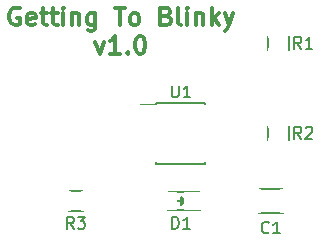
<source format=gbr>
G04 #@! TF.FileFunction,Legend,Top*
%FSLAX46Y46*%
G04 Gerber Fmt 4.6, Leading zero omitted, Abs format (unit mm)*
G04 Created by KiCad (PCBNEW 4.0.2-stable) date 2016 May 29, Sunday 21:59:10*
%MOMM*%
G01*
G04 APERTURE LIST*
%ADD10C,0.100000*%
%ADD11C,0.300000*%
%ADD12C,0.150000*%
%ADD13R,2.400000X2.000000*%
%ADD14R,1.598880X1.598880*%
%ADD15R,1.700000X1.900000*%
%ADD16R,1.900000X1.700000*%
%ADD17R,1.950000X1.000000*%
G04 APERTURE END LIST*
D10*
D11*
X91758571Y-82124000D02*
X91615714Y-82052571D01*
X91401428Y-82052571D01*
X91187143Y-82124000D01*
X91044285Y-82266857D01*
X90972857Y-82409714D01*
X90901428Y-82695429D01*
X90901428Y-82909714D01*
X90972857Y-83195429D01*
X91044285Y-83338286D01*
X91187143Y-83481143D01*
X91401428Y-83552571D01*
X91544285Y-83552571D01*
X91758571Y-83481143D01*
X91830000Y-83409714D01*
X91830000Y-82909714D01*
X91544285Y-82909714D01*
X93044285Y-83481143D02*
X92901428Y-83552571D01*
X92615714Y-83552571D01*
X92472857Y-83481143D01*
X92401428Y-83338286D01*
X92401428Y-82766857D01*
X92472857Y-82624000D01*
X92615714Y-82552571D01*
X92901428Y-82552571D01*
X93044285Y-82624000D01*
X93115714Y-82766857D01*
X93115714Y-82909714D01*
X92401428Y-83052571D01*
X93544285Y-82552571D02*
X94115714Y-82552571D01*
X93758571Y-82052571D02*
X93758571Y-83338286D01*
X93829999Y-83481143D01*
X93972857Y-83552571D01*
X94115714Y-83552571D01*
X94401428Y-82552571D02*
X94972857Y-82552571D01*
X94615714Y-82052571D02*
X94615714Y-83338286D01*
X94687142Y-83481143D01*
X94830000Y-83552571D01*
X94972857Y-83552571D01*
X95472857Y-83552571D02*
X95472857Y-82552571D01*
X95472857Y-82052571D02*
X95401428Y-82124000D01*
X95472857Y-82195429D01*
X95544285Y-82124000D01*
X95472857Y-82052571D01*
X95472857Y-82195429D01*
X96187143Y-82552571D02*
X96187143Y-83552571D01*
X96187143Y-82695429D02*
X96258571Y-82624000D01*
X96401429Y-82552571D01*
X96615714Y-82552571D01*
X96758571Y-82624000D01*
X96830000Y-82766857D01*
X96830000Y-83552571D01*
X98187143Y-82552571D02*
X98187143Y-83766857D01*
X98115714Y-83909714D01*
X98044286Y-83981143D01*
X97901429Y-84052571D01*
X97687143Y-84052571D01*
X97544286Y-83981143D01*
X98187143Y-83481143D02*
X98044286Y-83552571D01*
X97758572Y-83552571D01*
X97615714Y-83481143D01*
X97544286Y-83409714D01*
X97472857Y-83266857D01*
X97472857Y-82838286D01*
X97544286Y-82695429D01*
X97615714Y-82624000D01*
X97758572Y-82552571D01*
X98044286Y-82552571D01*
X98187143Y-82624000D01*
X99830000Y-82052571D02*
X100687143Y-82052571D01*
X100258572Y-83552571D02*
X100258572Y-82052571D01*
X101401429Y-83552571D02*
X101258571Y-83481143D01*
X101187143Y-83409714D01*
X101115714Y-83266857D01*
X101115714Y-82838286D01*
X101187143Y-82695429D01*
X101258571Y-82624000D01*
X101401429Y-82552571D01*
X101615714Y-82552571D01*
X101758571Y-82624000D01*
X101830000Y-82695429D01*
X101901429Y-82838286D01*
X101901429Y-83266857D01*
X101830000Y-83409714D01*
X101758571Y-83481143D01*
X101615714Y-83552571D01*
X101401429Y-83552571D01*
X104187143Y-82766857D02*
X104401429Y-82838286D01*
X104472857Y-82909714D01*
X104544286Y-83052571D01*
X104544286Y-83266857D01*
X104472857Y-83409714D01*
X104401429Y-83481143D01*
X104258571Y-83552571D01*
X103687143Y-83552571D01*
X103687143Y-82052571D01*
X104187143Y-82052571D01*
X104330000Y-82124000D01*
X104401429Y-82195429D01*
X104472857Y-82338286D01*
X104472857Y-82481143D01*
X104401429Y-82624000D01*
X104330000Y-82695429D01*
X104187143Y-82766857D01*
X103687143Y-82766857D01*
X105401429Y-83552571D02*
X105258571Y-83481143D01*
X105187143Y-83338286D01*
X105187143Y-82052571D01*
X105972857Y-83552571D02*
X105972857Y-82552571D01*
X105972857Y-82052571D02*
X105901428Y-82124000D01*
X105972857Y-82195429D01*
X106044285Y-82124000D01*
X105972857Y-82052571D01*
X105972857Y-82195429D01*
X106687143Y-82552571D02*
X106687143Y-83552571D01*
X106687143Y-82695429D02*
X106758571Y-82624000D01*
X106901429Y-82552571D01*
X107115714Y-82552571D01*
X107258571Y-82624000D01*
X107330000Y-82766857D01*
X107330000Y-83552571D01*
X108044286Y-83552571D02*
X108044286Y-82052571D01*
X108187143Y-82981143D02*
X108615714Y-83552571D01*
X108615714Y-82552571D02*
X108044286Y-83124000D01*
X109115715Y-82552571D02*
X109472858Y-83552571D01*
X109830000Y-82552571D02*
X109472858Y-83552571D01*
X109330000Y-83909714D01*
X109258572Y-83981143D01*
X109115715Y-84052571D01*
X98187144Y-84952571D02*
X98544287Y-85952571D01*
X98901429Y-84952571D01*
X100258572Y-85952571D02*
X99401429Y-85952571D01*
X99830001Y-85952571D02*
X99830001Y-84452571D01*
X99687144Y-84666857D01*
X99544286Y-84809714D01*
X99401429Y-84881143D01*
X100901429Y-85809714D02*
X100972857Y-85881143D01*
X100901429Y-85952571D01*
X100830000Y-85881143D01*
X100901429Y-85809714D01*
X100901429Y-85952571D01*
X101901429Y-84452571D02*
X102044286Y-84452571D01*
X102187143Y-84524000D01*
X102258572Y-84595429D01*
X102330001Y-84738286D01*
X102401429Y-85024000D01*
X102401429Y-85381143D01*
X102330001Y-85666857D01*
X102258572Y-85809714D01*
X102187143Y-85881143D01*
X102044286Y-85952571D01*
X101901429Y-85952571D01*
X101758572Y-85881143D01*
X101687143Y-85809714D01*
X101615715Y-85666857D01*
X101544286Y-85381143D01*
X101544286Y-85024000D01*
X101615715Y-84738286D01*
X101687143Y-84595429D01*
X101758572Y-84524000D01*
X101901429Y-84452571D01*
D12*
X112030000Y-99450000D02*
X114030000Y-99450000D01*
X114030000Y-97400000D02*
X112030000Y-97400000D01*
X107010000Y-97675000D02*
X104310000Y-97675000D01*
X107010000Y-99175000D02*
X104310000Y-99175000D01*
X105510000Y-98275000D02*
X105510000Y-98525000D01*
X105510000Y-98525000D02*
X105660000Y-98375000D01*
X105760000Y-98775000D02*
X105760000Y-98075000D01*
X105410000Y-98425000D02*
X105060000Y-98425000D01*
X105760000Y-98425000D02*
X105410000Y-98775000D01*
X105410000Y-98775000D02*
X105410000Y-98075000D01*
X105410000Y-98075000D02*
X105760000Y-98425000D01*
X112790000Y-85690000D02*
X112790000Y-84490000D01*
X114540000Y-84490000D02*
X114540000Y-85690000D01*
X112790000Y-93310000D02*
X112790000Y-92110000D01*
X114540000Y-92110000D02*
X114540000Y-93310000D01*
X97120000Y-99300000D02*
X95920000Y-99300000D01*
X95920000Y-97550000D02*
X97120000Y-97550000D01*
X103335000Y-90135000D02*
X103335000Y-90280000D01*
X107485000Y-90135000D02*
X107485000Y-90280000D01*
X107485000Y-95285000D02*
X107485000Y-95140000D01*
X103335000Y-95285000D02*
X103335000Y-95140000D01*
X103335000Y-90135000D02*
X107485000Y-90135000D01*
X103335000Y-95285000D02*
X107485000Y-95285000D01*
X103335000Y-90280000D02*
X101935000Y-90280000D01*
X112863334Y-101082143D02*
X112815715Y-101129762D01*
X112672858Y-101177381D01*
X112577620Y-101177381D01*
X112434762Y-101129762D01*
X112339524Y-101034524D01*
X112291905Y-100939286D01*
X112244286Y-100748810D01*
X112244286Y-100605952D01*
X112291905Y-100415476D01*
X112339524Y-100320238D01*
X112434762Y-100225000D01*
X112577620Y-100177381D01*
X112672858Y-100177381D01*
X112815715Y-100225000D01*
X112863334Y-100272619D01*
X113815715Y-101177381D02*
X113244286Y-101177381D01*
X113530000Y-101177381D02*
X113530000Y-100177381D01*
X113434762Y-100320238D01*
X113339524Y-100415476D01*
X113244286Y-100463095D01*
X104671905Y-100782381D02*
X104671905Y-99782381D01*
X104910000Y-99782381D01*
X105052858Y-99830000D01*
X105148096Y-99925238D01*
X105195715Y-100020476D01*
X105243334Y-100210952D01*
X105243334Y-100353810D01*
X105195715Y-100544286D01*
X105148096Y-100639524D01*
X105052858Y-100734762D01*
X104910000Y-100782381D01*
X104671905Y-100782381D01*
X106195715Y-100782381D02*
X105624286Y-100782381D01*
X105910000Y-100782381D02*
X105910000Y-99782381D01*
X105814762Y-99925238D01*
X105719524Y-100020476D01*
X105624286Y-100068095D01*
X115598334Y-85542381D02*
X115265000Y-85066190D01*
X115026905Y-85542381D02*
X115026905Y-84542381D01*
X115407858Y-84542381D01*
X115503096Y-84590000D01*
X115550715Y-84637619D01*
X115598334Y-84732857D01*
X115598334Y-84875714D01*
X115550715Y-84970952D01*
X115503096Y-85018571D01*
X115407858Y-85066190D01*
X115026905Y-85066190D01*
X116550715Y-85542381D02*
X115979286Y-85542381D01*
X116265000Y-85542381D02*
X116265000Y-84542381D01*
X116169762Y-84685238D01*
X116074524Y-84780476D01*
X115979286Y-84828095D01*
X115598334Y-93162381D02*
X115265000Y-92686190D01*
X115026905Y-93162381D02*
X115026905Y-92162381D01*
X115407858Y-92162381D01*
X115503096Y-92210000D01*
X115550715Y-92257619D01*
X115598334Y-92352857D01*
X115598334Y-92495714D01*
X115550715Y-92590952D01*
X115503096Y-92638571D01*
X115407858Y-92686190D01*
X115026905Y-92686190D01*
X115979286Y-92257619D02*
X116026905Y-92210000D01*
X116122143Y-92162381D01*
X116360239Y-92162381D01*
X116455477Y-92210000D01*
X116503096Y-92257619D01*
X116550715Y-92352857D01*
X116550715Y-92448095D01*
X116503096Y-92590952D01*
X115931667Y-93162381D01*
X116550715Y-93162381D01*
X96353334Y-100782381D02*
X96020000Y-100306190D01*
X95781905Y-100782381D02*
X95781905Y-99782381D01*
X96162858Y-99782381D01*
X96258096Y-99830000D01*
X96305715Y-99877619D01*
X96353334Y-99972857D01*
X96353334Y-100115714D01*
X96305715Y-100210952D01*
X96258096Y-100258571D01*
X96162858Y-100306190D01*
X95781905Y-100306190D01*
X96686667Y-99782381D02*
X97305715Y-99782381D01*
X96972381Y-100163333D01*
X97115239Y-100163333D01*
X97210477Y-100210952D01*
X97258096Y-100258571D01*
X97305715Y-100353810D01*
X97305715Y-100591905D01*
X97258096Y-100687143D01*
X97210477Y-100734762D01*
X97115239Y-100782381D01*
X96829524Y-100782381D01*
X96734286Y-100734762D01*
X96686667Y-100687143D01*
X104648095Y-88662381D02*
X104648095Y-89471905D01*
X104695714Y-89567143D01*
X104743333Y-89614762D01*
X104838571Y-89662381D01*
X105029048Y-89662381D01*
X105124286Y-89614762D01*
X105171905Y-89567143D01*
X105219524Y-89471905D01*
X105219524Y-88662381D01*
X106219524Y-89662381D02*
X105648095Y-89662381D01*
X105933809Y-89662381D02*
X105933809Y-88662381D01*
X105838571Y-88805238D01*
X105743333Y-88900476D01*
X105648095Y-88948095D01*
%LPC*%
D13*
X115030000Y-98425000D03*
X111030000Y-98425000D03*
D14*
X104360980Y-98425000D03*
X106459020Y-98425000D03*
D15*
X113665000Y-83740000D03*
X113665000Y-86440000D03*
X113665000Y-91360000D03*
X113665000Y-94060000D03*
D16*
X95170000Y-98425000D03*
X97870000Y-98425000D03*
D17*
X102710000Y-90805000D03*
X102710000Y-92075000D03*
X102710000Y-93345000D03*
X102710000Y-94615000D03*
X108110000Y-94615000D03*
X108110000Y-93345000D03*
X108110000Y-92075000D03*
X108110000Y-90805000D03*
M02*

</source>
